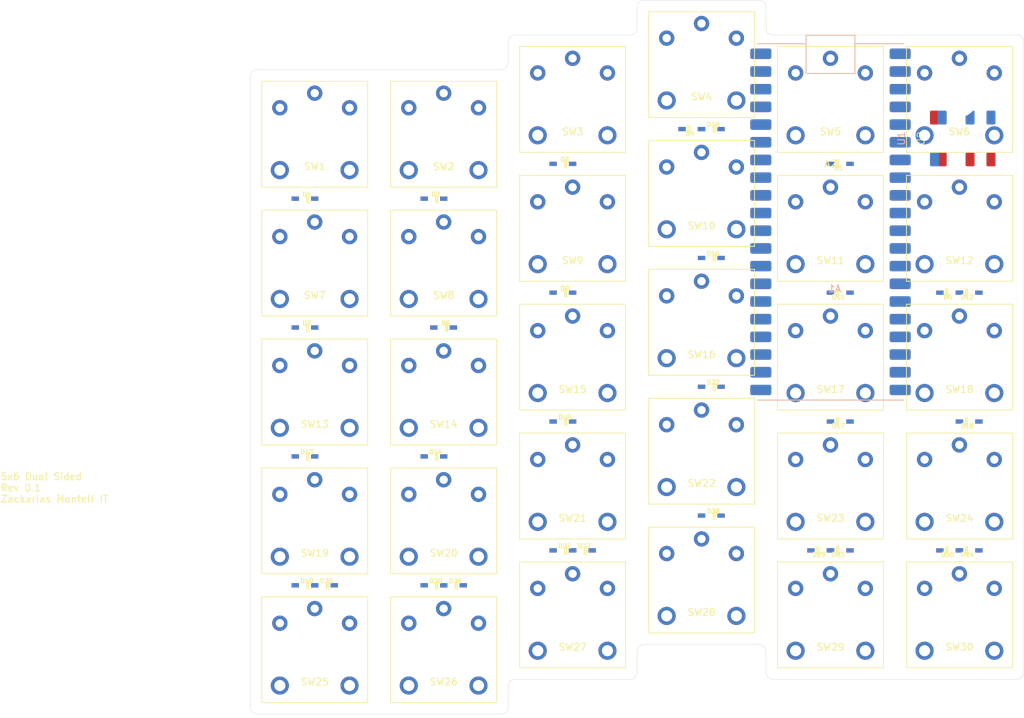
<source format=kicad_pcb>
(kicad_pcb
	(version 20241229)
	(generator "pcbnew")
	(generator_version "9.0")
	(general
		(thickness 1.6)
		(legacy_teardrops no)
	)
	(paper "A4")
	(layers
		(0 "F.Cu" signal)
		(2 "B.Cu" signal)
		(9 "F.Adhes" user "F.Adhesive")
		(11 "B.Adhes" user "B.Adhesive")
		(13 "F.Paste" user)
		(15 "B.Paste" user)
		(5 "F.SilkS" user "F.Silkscreen")
		(7 "B.SilkS" user "B.Silkscreen")
		(1 "F.Mask" user)
		(3 "B.Mask" user)
		(17 "Dwgs.User" user "User.Drawings")
		(19 "Cmts.User" user "User.Comments")
		(21 "Eco1.User" user "User.Eco1")
		(23 "Eco2.User" user "User.Eco2")
		(25 "Edge.Cuts" user)
		(27 "Margin" user)
		(31 "F.CrtYd" user "F.Courtyard")
		(29 "B.CrtYd" user "B.Courtyard")
		(35 "F.Fab" user)
		(33 "B.Fab" user)
		(39 "User.1" user)
		(41 "User.2" user)
		(43 "User.3" user)
		(45 "User.4" user)
	)
	(setup
		(pad_to_mask_clearance 0)
		(allow_soldermask_bridges_in_footprints no)
		(tenting front back)
		(grid_origin 143 119.35)
		(pcbplotparams
			(layerselection 0x00000000_00000000_55555555_5755f5ff)
			(plot_on_all_layers_selection 0x00000000_00000000_00000000_00000000)
			(disableapertmacros no)
			(usegerberextensions no)
			(usegerberattributes yes)
			(usegerberadvancedattributes yes)
			(creategerberjobfile yes)
			(dashed_line_dash_ratio 12.000000)
			(dashed_line_gap_ratio 3.000000)
			(svgprecision 4)
			(plotframeref no)
			(mode 1)
			(useauxorigin no)
			(hpglpennumber 1)
			(hpglpenspeed 20)
			(hpglpendiameter 15.000000)
			(pdf_front_fp_property_popups yes)
			(pdf_back_fp_property_popups yes)
			(pdf_metadata yes)
			(pdf_single_document no)
			(dxfpolygonmode yes)
			(dxfimperialunits yes)
			(dxfusepcbnewfont yes)
			(psnegative no)
			(psa4output no)
			(plot_black_and_white yes)
			(sketchpadsonfab no)
			(plotpadnumbers no)
			(hidednponfab no)
			(sketchdnponfab yes)
			(crossoutdnponfab yes)
			(subtractmaskfromsilk no)
			(outputformat 1)
			(mirror no)
			(drillshape 0)
			(scaleselection 1)
			(outputdirectory "gerbers/")
		)
	)
	(net 0 "")
	(net 1 "col3")
	(net 2 "unconnected-(A1-~{3V3_EN}-Pad37)")
	(net 3 "unconnected-(A1-ADC2{slash}GP28-Pad34)")
	(net 4 "row0")
	(net 5 "unconnected-(A1-ADC_VREF-Pad35)")
	(net 6 "unconnected-(A1-VSYS-Pad39)")
	(net 7 "unconnected-(A1-GP22-Pad29)")
	(net 8 "unconnected-(A1-GND-Pad8)")
	(net 9 "unconnected-(A1-GP5-Pad7)")
	(net 10 "row3")
	(net 11 "unconnected-(A1-GND-Pad18)")
	(net 12 "unconnected-(A1-GND-Pad13)")
	(net 13 "row2")
	(net 14 "col1")
	(net 15 "unconnected-(A1-ADC0{slash}GP26-Pad31)")
	(net 16 "row4")
	(net 17 "col5")
	(net 18 "unconnected-(A1-RUN-Pad30)")
	(net 19 "unconnected-(A1-GP9-Pad12)")
	(net 20 "unconnected-(A1-GND-Pad23)")
	(net 21 "unconnected-(A1-GND-Pad28)")
	(net 22 "unconnected-(A1-ADC1{slash}GP27-Pad32)")
	(net 23 "unconnected-(A1-GP8-Pad11)")
	(net 24 "unconnected-(A1-GND-Pad3)")
	(net 25 "col4")
	(net 26 "unconnected-(A1-GND-Pad33)")
	(net 27 "row1")
	(net 28 "col0")
	(net 29 "col2")
	(net 30 "Net-(D1-A)")
	(net 31 "Net-(D2-A)")
	(net 32 "Net-(D3-A)")
	(net 33 "Net-(D4-A)")
	(net 34 "Net-(D5-A)")
	(net 35 "Net-(D6-A)")
	(net 36 "Net-(D7-A)")
	(net 37 "Net-(D8-A)")
	(net 38 "Net-(D9-A)")
	(net 39 "Net-(D10-A)")
	(net 40 "Net-(D11-A)")
	(net 41 "Net-(D12-A)")
	(net 42 "Net-(D13-A)")
	(net 43 "Net-(D14-A)")
	(net 44 "Net-(D15-A)")
	(net 45 "Net-(D16-A)")
	(net 46 "Net-(D17-A)")
	(net 47 "Net-(D18-A)")
	(net 48 "Net-(D19-A)")
	(net 49 "Net-(D20-A)")
	(net 50 "Net-(D21-A)")
	(net 51 "Net-(D22-A)")
	(net 52 "Net-(D23-A)")
	(net 53 "Net-(D24-A)")
	(net 54 "Net-(D25-A)")
	(net 55 "Net-(D26-A)")
	(net 56 "Net-(D27-A)")
	(net 57 "Net-(D28-A)")
	(net 58 "Net-(D29-A)")
	(net 59 "Net-(D30-A)")
	(net 60 "unconnected-(A1-GP3-Pad5)")
	(net 61 "unconnected-(A1-GP21-Pad27)")
	(net 62 "unconnected-(A1-GP7-Pad10)")
	(net 63 "unconnected-(A1-GP6-Pad9)")
	(net 64 "unconnected-(A1-GP2-Pad4)")
	(net 65 "unconnected-(A1-GP4-Pad6)")
	(net 66 "3v31")
	(net 67 "tx1")
	(net 68 "rx1")
	(net 69 "gnd1")
	(net 70 "unconnected-(A2-RUN-Pad30)")
	(net 71 "unconnected-(A2-GND-Pad3)")
	(net 72 "unconnected-(A2-GND-Pad13)")
	(net 73 "unconnected-(A2-GND-Pad28)")
	(net 74 "unconnected-(A2-GP2-Pad4)")
	(net 75 "unconnected-(A2-ADC1{slash}GP27-Pad32)")
	(net 76 "unconnected-(A2-GND-Pad8)")
	(net 77 "unconnected-(A2-ADC2{slash}GP28-Pad34)")
	(net 78 "unconnected-(A2-GP8-Pad11)")
	(net 79 "unconnected-(A2-GP3-Pad5)")
	(net 80 "unconnected-(A2-GP22-Pad29)")
	(net 81 "unconnected-(A2-VBUS-Pad40)")
	(net 82 "unconnected-(A2-GP10-Pad14)")
	(net 83 "unconnected-(A2-GND-Pad33)")
	(net 84 "unconnected-(A2-GND-Pad23)")
	(net 85 "unconnected-(A2-GP4-Pad6)")
	(net 86 "unconnected-(A2-GP6-Pad9)")
	(net 87 "unconnected-(A2-ADC0{slash}GP26-Pad31)")
	(net 88 "unconnected-(A2-~{3V3_EN}-Pad37)")
	(net 89 "unconnected-(A2-GND-Pad18)")
	(net 90 "unconnected-(A2-GP9-Pad12)")
	(net 91 "unconnected-(A2-GP7-Pad10)")
	(net 92 "unconnected-(A2-ADC_VREF-Pad35)")
	(net 93 "unconnected-(A2-3V3(OUT)-Pad36)")
	(net 94 "unconnected-(A2-GP5-Pad7)")
	(net 95 "unconnected-(A1-3V3(OUT)-Pad36)")
	(footprint "footprints:SW_Kailh_Choc_V2_1.00u_double-sided" (layer "F.Cu") (at 87.5 110.85))
	(footprint "footprints:SODFL2512X100N" (layer "F.Cu") (at 144.4 73.1 180))
	(footprint "footprints:SW_Kailh_Choc_V2_1.00u_double-sided" (layer "F.Cu") (at 106 129.35))
	(footprint "footprints:SW_Kailh_Choc_V2_1.00u_double-sided" (layer "F.Cu") (at 180 50.35))
	(footprint "footprints:SODFL2512X100N" (layer "F.Cu") (at 106 83.1 180))
	(footprint "footprints:SW_Kailh_Choc_V2_1.00u_double-sided" (layer "F.Cu") (at 124.5 124.35))
	(footprint "footprints:SODFL2512X100N" (layer "F.Cu") (at 162.9 78.1))
	(footprint "footprints:SODFL2512X100N" (layer "F.Cu") (at 123.1 78.1 180))
	(footprint "footprints:SODFL2512X100N" (layer "F.Cu") (at 104.6 120.1 180))
	(footprint "footprints:SODFL2512X100N" (layer "F.Cu") (at 86.1 83.1 180))
	(footprint "footprints:raspberry_pi_pico_SMD" (layer "F.Cu") (at 161.501761 67.930598))
	(footprint "footprints:SODFL2512X100N" (layer "F.Cu") (at 160.1 115.1))
	(footprint "footprints:SW_Kailh_Choc_V2_1.00u_double-sided" (layer "F.Cu") (at 180 124.35))
	(footprint "footprints:SODFL2512X100N" (layer "F.Cu") (at 86.1 120.1 180))
	(footprint "footprints:SODFL2512X100N" (layer "F.Cu") (at 123.1 59.6 180))
	(footprint "footprints:SW_Kailh_Choc_V2_1.00u_double-sided" (layer "F.Cu") (at 161.5 50.35))
	(footprint "footprints:SW_Kailh_Choc_V2_1.00u_double-sided" (layer "F.Cu") (at 180 87.35))
	(footprint "footprints:raspberry_pi_pico_SMD_Reversed" (layer "F.Cu") (at 161.5 67.929189))
	(footprint "footprints:SW_Kailh_Choc_V2_1.00u_double-sided" (layer "F.Cu") (at 161.5 87.35))
	(footprint "footprints:SW_Kailh_Choc_V2_1.00u_double-sided" (layer "F.Cu") (at 143 82.35))
	(footprint "footprints:SW_Kailh_Choc_V2_1.00u_double-sided" (layer "F.Cu") (at 124.5 87.35))
	(footprint "footprints:SW_Kailh_Choc_V2_1.00u_double-sided" (layer "F.Cu") (at 87.5 55.35))
	(footprint "footprints:SW_Kailh_Choc_V2_1.00u_double-sided" (layer "F.Cu") (at 106 110.85))
	(footprint "footprints:SODFL2512X100N" (layer "F.Cu") (at 144.4 54.6 180))
	(footprint "footprints:SODFL2512X100N" (layer "F.Cu") (at 144.4 110.1 180))
	(footprint "footprints:SW_Kailh_Choc_V2_1.00u_double-sided" (layer "F.Cu") (at 180 68.85))
	(footprint "footprints:SODFL2512X100N" (layer "F.Cu") (at 144.4 91.6 180))
	(footprint "footprints:SW_Kailh_Choc_V2_1.00u_double-sided" (layer "F.Cu") (at 106 92.35))
	(footprint "footprints:SODFL2512X100N" (layer "F.Cu") (at 104.6 64.6 180))
	(footprint "footprints:SODFL2512X100N" (layer "F.Cu") (at 162.9 115.1))
	(footprint "footprints:SODFL2512X100N" (layer "F.Cu") (at 88.9 120.1 180))
	(footprint "footprints:SODFL2512X100N" (layer "F.Cu") (at 178.6 78.1))
	(footprint "footprints:SODFL2512X100N" (layer "F.Cu") (at 123.1 96.6 180))
	(footprint "footprints:SW_Kailh_Choc_V2_1.00u_double-sided" (layer "F.Cu") (at 124.5 68.85))
	(footprint "footprints:SODFL2512X100N" (layer "F.Cu") (at 86.1 64.6 180))
	(footprint "footprints:SW_Kailh_Choc_V2_1.00u_double-sided"
		(layer "F.Cu")
		(uuid "a61ff92e-4529-4984-be3d-a6fdbce2a46f")
		(at 161.5 105.85)
	
... [152284 chars truncated]
</source>
